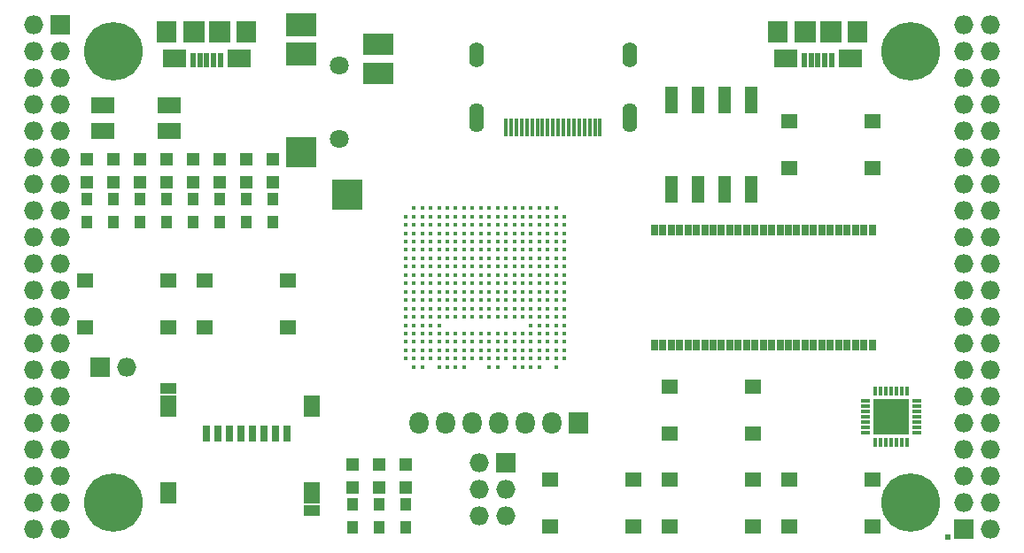
<source format=gts>
G04 #@! TF.FileFunction,Soldermask,Top*
%FSLAX46Y46*%
G04 Gerber Fmt 4.6, Leading zero omitted, Abs format (unit mm)*
G04 Created by KiCad (PCBNEW 4.0.7+dfsg1-1) date Sun Nov 12 23:38:18 2017*
%MOMM*%
%LPD*%
G01*
G04 APERTURE LIST*
%ADD10C,0.100000*%
%ADD11R,1.827200X1.827200*%
%ADD12O,1.827200X1.827200*%
%ADD13R,0.600000X0.600000*%
%ADD14R,0.660000X1.000000*%
%ADD15C,5.600000*%
%ADD16R,2.300000X1.500000*%
%ADD17R,1.000000X1.300000*%
%ADD18R,2.200000X1.700000*%
%ADD19R,2.000000X2.000000*%
%ADD20R,0.500000X1.450000*%
%ADD21R,1.900000X2.000000*%
%ADD22O,0.950000X0.400000*%
%ADD23O,0.400000X0.950000*%
%ADD24R,1.775000X1.775000*%
%ADD25R,1.827200X2.132000*%
%ADD26O,1.827200X2.132000*%
%ADD27R,2.900000X2.300000*%
%ADD28R,2.900000X2.900000*%
%ADD29R,2.900000X2.100000*%
%ADD30C,1.800000*%
%ADD31O,1.400000X2.800000*%
%ADD32O,1.400000X2.400000*%
%ADD33R,0.350000X1.700000*%
%ADD34R,1.650000X1.400000*%
%ADD35R,1.220000X2.540000*%
%ADD36C,0.430000*%
%ADD37R,0.800000X1.600000*%
%ADD38R,1.550000X1.000000*%
%ADD39R,1.550000X2.100000*%
%ADD40R,1.300000X1.300000*%
G04 APERTURE END LIST*
D10*
D11*
X97910000Y-62690000D03*
D12*
X95370000Y-62690000D03*
X97910000Y-65230000D03*
X95370000Y-65230000D03*
X97910000Y-67770000D03*
X95370000Y-67770000D03*
X97910000Y-70310000D03*
X95370000Y-70310000D03*
X97910000Y-72850000D03*
X95370000Y-72850000D03*
X97910000Y-75390000D03*
X95370000Y-75390000D03*
X97910000Y-77930000D03*
X95370000Y-77930000D03*
X97910000Y-80470000D03*
X95370000Y-80470000D03*
X97910000Y-83010000D03*
X95370000Y-83010000D03*
X97910000Y-85550000D03*
X95370000Y-85550000D03*
X97910000Y-88090000D03*
X95370000Y-88090000D03*
X97910000Y-90630000D03*
X95370000Y-90630000D03*
X97910000Y-93170000D03*
X95370000Y-93170000D03*
X97910000Y-95710000D03*
X95370000Y-95710000D03*
X97910000Y-98250000D03*
X95370000Y-98250000D03*
X97910000Y-100790000D03*
X95370000Y-100790000D03*
X97910000Y-103330000D03*
X95370000Y-103330000D03*
X97910000Y-105870000D03*
X95370000Y-105870000D03*
X97910000Y-108410000D03*
X95370000Y-108410000D03*
X97910000Y-110950000D03*
X95370000Y-110950000D03*
D13*
X182675150Y-111637626D03*
D14*
X175480000Y-82270000D03*
X154680000Y-93330000D03*
X155480000Y-93330000D03*
X156280000Y-93330000D03*
X157080000Y-93330000D03*
X157880000Y-93330000D03*
X158680000Y-93330000D03*
X159480000Y-93330000D03*
X160280000Y-93330000D03*
X161080000Y-93330000D03*
X161880000Y-93330000D03*
X162680000Y-93330000D03*
X163480000Y-93330000D03*
X164280000Y-93330000D03*
X165080000Y-93330000D03*
X165880000Y-93330000D03*
X166680000Y-93330000D03*
X167480000Y-93330000D03*
X168280000Y-93330000D03*
X169080000Y-93330000D03*
X169880000Y-93330000D03*
X170680000Y-93330000D03*
X171480000Y-93330000D03*
X172280000Y-93330000D03*
X173080000Y-93330000D03*
X173880000Y-93330000D03*
X174680000Y-93330000D03*
X175480000Y-93330000D03*
X174680000Y-82270000D03*
X173880000Y-82270000D03*
X173080000Y-82270000D03*
X172280000Y-82270000D03*
X171480000Y-82270000D03*
X170680000Y-82270000D03*
X169880000Y-82270000D03*
X169080000Y-82270000D03*
X168280000Y-82270000D03*
X167480000Y-82270000D03*
X166680000Y-82270000D03*
X165880000Y-82270000D03*
X165080000Y-82270000D03*
X164280000Y-82270000D03*
X163480000Y-82270000D03*
X162680000Y-82270000D03*
X161880000Y-82270000D03*
X161080000Y-82270000D03*
X160280000Y-82270000D03*
X159480000Y-82270000D03*
X158680000Y-82270000D03*
X157880000Y-82270000D03*
X157080000Y-82270000D03*
X156280000Y-82270000D03*
X155480000Y-82270000D03*
X154680000Y-82270000D03*
D11*
X184270000Y-110950000D03*
D12*
X186810000Y-110950000D03*
X184270000Y-108410000D03*
X186810000Y-108410000D03*
X184270000Y-105870000D03*
X186810000Y-105870000D03*
X184270000Y-103330000D03*
X186810000Y-103330000D03*
X184270000Y-100790000D03*
X186810000Y-100790000D03*
X184270000Y-98250000D03*
X186810000Y-98250000D03*
X184270000Y-95710000D03*
X186810000Y-95710000D03*
X184270000Y-93170000D03*
X186810000Y-93170000D03*
X184270000Y-90630000D03*
X186810000Y-90630000D03*
X184270000Y-88090000D03*
X186810000Y-88090000D03*
X184270000Y-85550000D03*
X186810000Y-85550000D03*
X184270000Y-83010000D03*
X186810000Y-83010000D03*
X184270000Y-80470000D03*
X186810000Y-80470000D03*
X184270000Y-77930000D03*
X186810000Y-77930000D03*
X184270000Y-75390000D03*
X186810000Y-75390000D03*
X184270000Y-72850000D03*
X186810000Y-72850000D03*
X184270000Y-70310000D03*
X186810000Y-70310000D03*
X184270000Y-67770000D03*
X186810000Y-67770000D03*
X184270000Y-65230000D03*
X186810000Y-65230000D03*
X184270000Y-62690000D03*
X186810000Y-62690000D03*
D15*
X102990000Y-108410000D03*
X179190000Y-108410000D03*
X179190000Y-65230000D03*
X102990000Y-65230000D03*
D16*
X108274000Y-70330000D03*
X101974000Y-70330000D03*
X101974000Y-72830000D03*
X108274000Y-72830000D03*
D11*
X101720000Y-95456000D03*
D12*
X104260000Y-95456000D03*
D17*
X128390000Y-108580000D03*
X128390000Y-110780000D03*
X130930000Y-110780000D03*
X130930000Y-108580000D03*
D18*
X114980000Y-65875000D03*
X108780000Y-65875000D03*
D19*
X113080000Y-63325000D03*
X110680000Y-63325000D03*
D20*
X113180000Y-66000000D03*
X112530000Y-66000000D03*
X111880000Y-66000000D03*
X111230000Y-66000000D03*
X110580000Y-66000000D03*
D21*
X115680000Y-63325000D03*
X108080000Y-63325000D03*
D18*
X173400000Y-65875000D03*
X167200000Y-65875000D03*
D19*
X171500000Y-63325000D03*
X169100000Y-63325000D03*
D20*
X171600000Y-66000000D03*
X170950000Y-66000000D03*
X170300000Y-66000000D03*
X169650000Y-66000000D03*
X169000000Y-66000000D03*
D21*
X174100000Y-63325000D03*
X166500000Y-63325000D03*
D11*
X140455000Y-104600000D03*
D12*
X137915000Y-104600000D03*
X140455000Y-107140000D03*
X137915000Y-107140000D03*
X140455000Y-109680000D03*
X137915000Y-109680000D03*
D17*
X118230000Y-81570000D03*
X118230000Y-79370000D03*
X115690000Y-81570000D03*
X115690000Y-79370000D03*
X113150000Y-81570000D03*
X113150000Y-79370000D03*
X110610000Y-81570000D03*
X110610000Y-79370000D03*
X108070000Y-81570000D03*
X108070000Y-79370000D03*
X105530000Y-81570000D03*
X105530000Y-79370000D03*
X102990000Y-81570000D03*
X102990000Y-79370000D03*
X100450000Y-81570000D03*
X100450000Y-79370000D03*
D22*
X179735000Y-101655000D03*
X179735000Y-101155000D03*
X179735000Y-100655000D03*
X179735000Y-100155000D03*
X179735000Y-99655000D03*
X179735000Y-99155000D03*
X179735000Y-98655000D03*
D23*
X178785000Y-97705000D03*
X178285000Y-97705000D03*
X177785000Y-97705000D03*
X177285000Y-97705000D03*
X176785000Y-97705000D03*
X176285000Y-97705000D03*
X175785000Y-97705000D03*
D22*
X174835000Y-98655000D03*
X174835000Y-99155000D03*
X174835000Y-99655000D03*
X174835000Y-100155000D03*
X174835000Y-100655000D03*
X174835000Y-101155000D03*
X174835000Y-101655000D03*
D23*
X175785000Y-102605000D03*
X176285000Y-102605000D03*
X176785000Y-102605000D03*
X177285000Y-102605000D03*
X177785000Y-102605000D03*
X178285000Y-102605000D03*
X178785000Y-102605000D03*
D24*
X176447500Y-99317500D03*
X176447500Y-100992500D03*
X178122500Y-99317500D03*
X178122500Y-100992500D03*
D25*
X147440000Y-100790000D03*
D26*
X144900000Y-100790000D03*
X142360000Y-100790000D03*
X139820000Y-100790000D03*
X137280000Y-100790000D03*
X134740000Y-100790000D03*
X132200000Y-100790000D03*
D27*
X120880000Y-62640000D03*
X120880000Y-65440000D03*
D28*
X120880000Y-74840000D03*
X125330000Y-78940000D03*
D29*
X128280000Y-67340000D03*
X128280000Y-64540000D03*
D30*
X124580000Y-66540000D03*
X124580000Y-73540000D03*
D31*
X152280000Y-71550000D03*
X137680000Y-71550000D03*
D32*
X137680000Y-65500000D03*
D33*
X140480000Y-72500000D03*
X140980000Y-72500000D03*
X141480000Y-72500000D03*
X141980000Y-72500000D03*
X142480000Y-72500000D03*
X142980000Y-72500000D03*
X143480000Y-72500000D03*
X143980000Y-72500000D03*
X144480000Y-72500000D03*
X144980000Y-72500000D03*
X145480000Y-72500000D03*
X145980000Y-72500000D03*
X146480000Y-72500000D03*
X146980000Y-72500000D03*
X147480000Y-72500000D03*
X147980000Y-72500000D03*
X148480000Y-72500000D03*
X148980000Y-72500000D03*
X149480000Y-72500000D03*
D32*
X152280000Y-65500000D03*
D34*
X175550000Y-71870000D03*
X175550000Y-76370000D03*
X167590000Y-76370000D03*
X167590000Y-71870000D03*
X100280000Y-91610000D03*
X100280000Y-87110000D03*
X108240000Y-87110000D03*
X108240000Y-91610000D03*
X111710000Y-91610000D03*
X111710000Y-87110000D03*
X119670000Y-87110000D03*
X119670000Y-91610000D03*
X156160000Y-101770000D03*
X156160000Y-97270000D03*
X164120000Y-97270000D03*
X164120000Y-101770000D03*
X164120000Y-106160000D03*
X164120000Y-110660000D03*
X156160000Y-110660000D03*
X156160000Y-106160000D03*
X152690000Y-106160000D03*
X152690000Y-110660000D03*
X144730000Y-110660000D03*
X144730000Y-106160000D03*
X175550000Y-106160000D03*
X175550000Y-110660000D03*
X167590000Y-110660000D03*
X167590000Y-106160000D03*
D35*
X163950000Y-69815000D03*
X156330000Y-78425000D03*
X161410000Y-69815000D03*
X158870000Y-78425000D03*
X158870000Y-69815000D03*
X161410000Y-78425000D03*
X156330000Y-69815000D03*
X163950000Y-78425000D03*
D36*
X131680000Y-80200000D03*
X132480000Y-80200000D03*
X133280000Y-80200000D03*
X134080000Y-80200000D03*
X134880000Y-80200000D03*
X135680000Y-80200000D03*
X136480000Y-80200000D03*
X137280000Y-80200000D03*
X138080000Y-80200000D03*
X138880000Y-80200000D03*
X139680000Y-80200000D03*
X140480000Y-80200000D03*
X141280000Y-80200000D03*
X142080000Y-80200000D03*
X142880000Y-80200000D03*
X143680000Y-80200000D03*
X144480000Y-80200000D03*
X145280000Y-80200000D03*
X130880000Y-81000000D03*
X131680000Y-81000000D03*
X132480000Y-81000000D03*
X133280000Y-81000000D03*
X134080000Y-81000000D03*
X134880000Y-81000000D03*
X135680000Y-81000000D03*
X136480000Y-81000000D03*
X137280000Y-81000000D03*
X138080000Y-81000000D03*
X138880000Y-81000000D03*
X139680000Y-81000000D03*
X140480000Y-81000000D03*
X141280000Y-81000000D03*
X142080000Y-81000000D03*
X142880000Y-81000000D03*
X143680000Y-81000000D03*
X144480000Y-81000000D03*
X145280000Y-81000000D03*
X146080000Y-81000000D03*
X130880000Y-81800000D03*
X131680000Y-81800000D03*
X132480000Y-81800000D03*
X133280000Y-81800000D03*
X134080000Y-81800000D03*
X134880000Y-81800000D03*
X135680000Y-81800000D03*
X136480000Y-81800000D03*
X137280000Y-81800000D03*
X138080000Y-81800000D03*
X138880000Y-81800000D03*
X139680000Y-81800000D03*
X140480000Y-81800000D03*
X141280000Y-81800000D03*
X142080000Y-81800000D03*
X142880000Y-81800000D03*
X143680000Y-81800000D03*
X144480000Y-81800000D03*
X145280000Y-81800000D03*
X146080000Y-81800000D03*
X130880000Y-82600000D03*
X131680000Y-82600000D03*
X132480000Y-82600000D03*
X133280000Y-82600000D03*
X134080000Y-82600000D03*
X134880000Y-82600000D03*
X135680000Y-82600000D03*
X136480000Y-82600000D03*
X137280000Y-82600000D03*
X138080000Y-82600000D03*
X138880000Y-82600000D03*
X139680000Y-82600000D03*
X140480000Y-82600000D03*
X141280000Y-82600000D03*
X142080000Y-82600000D03*
X142880000Y-82600000D03*
X143680000Y-82600000D03*
X144480000Y-82600000D03*
X145280000Y-82600000D03*
X146080000Y-82600000D03*
X130880000Y-83400000D03*
X131680000Y-83400000D03*
X132480000Y-83400000D03*
X133280000Y-83400000D03*
X134080000Y-83400000D03*
X134880000Y-83400000D03*
X135680000Y-83400000D03*
X136480000Y-83400000D03*
X137280000Y-83400000D03*
X138080000Y-83400000D03*
X138880000Y-83400000D03*
X139680000Y-83400000D03*
X140480000Y-83400000D03*
X141280000Y-83400000D03*
X142080000Y-83400000D03*
X142880000Y-83400000D03*
X143680000Y-83400000D03*
X144480000Y-83400000D03*
X145280000Y-83400000D03*
X146080000Y-83400000D03*
X130880000Y-84200000D03*
X131680000Y-84200000D03*
X132480000Y-84200000D03*
X133280000Y-84200000D03*
X134080000Y-84200000D03*
X134880000Y-84200000D03*
X135680000Y-84200000D03*
X136480000Y-84200000D03*
X137280000Y-84200000D03*
X138080000Y-84200000D03*
X138880000Y-84200000D03*
X139680000Y-84200000D03*
X140480000Y-84200000D03*
X141280000Y-84200000D03*
X142080000Y-84200000D03*
X142880000Y-84200000D03*
X143680000Y-84200000D03*
X144480000Y-84200000D03*
X145280000Y-84200000D03*
X146080000Y-84200000D03*
X130880000Y-85000000D03*
X131680000Y-85000000D03*
X132480000Y-85000000D03*
X133280000Y-85000000D03*
X134080000Y-85000000D03*
X134880000Y-85000000D03*
X135680000Y-85000000D03*
X136480000Y-85000000D03*
X137280000Y-85000000D03*
X138080000Y-85000000D03*
X138880000Y-85000000D03*
X139680000Y-85000000D03*
X140480000Y-85000000D03*
X141280000Y-85000000D03*
X142080000Y-85000000D03*
X142880000Y-85000000D03*
X143680000Y-85000000D03*
X144480000Y-85000000D03*
X145280000Y-85000000D03*
X146080000Y-85000000D03*
X130880000Y-85800000D03*
X131680000Y-85800000D03*
X132480000Y-85800000D03*
X133280000Y-85800000D03*
X134080000Y-85800000D03*
X134880000Y-85800000D03*
X135680000Y-85800000D03*
X136480000Y-85800000D03*
X137280000Y-85800000D03*
X138080000Y-85800000D03*
X138880000Y-85800000D03*
X139680000Y-85800000D03*
X140480000Y-85800000D03*
X141280000Y-85800000D03*
X142080000Y-85800000D03*
X142880000Y-85800000D03*
X143680000Y-85800000D03*
X144480000Y-85800000D03*
X145280000Y-85800000D03*
X146080000Y-85800000D03*
X130880000Y-86600000D03*
X131680000Y-86600000D03*
X132480000Y-86600000D03*
X133280000Y-86600000D03*
X134080000Y-86600000D03*
X134880000Y-86600000D03*
X135680000Y-86600000D03*
X136480000Y-86600000D03*
X137280000Y-86600000D03*
X138080000Y-86600000D03*
X138880000Y-86600000D03*
X139680000Y-86600000D03*
X140480000Y-86600000D03*
X141280000Y-86600000D03*
X142080000Y-86600000D03*
X142880000Y-86600000D03*
X143680000Y-86600000D03*
X144480000Y-86600000D03*
X145280000Y-86600000D03*
X146080000Y-86600000D03*
X130880000Y-87400000D03*
X131680000Y-87400000D03*
X132480000Y-87400000D03*
X133280000Y-87400000D03*
X134080000Y-87400000D03*
X134880000Y-87400000D03*
X135680000Y-87400000D03*
X136480000Y-87400000D03*
X137280000Y-87400000D03*
X138080000Y-87400000D03*
X138880000Y-87400000D03*
X139680000Y-87400000D03*
X140480000Y-87400000D03*
X141280000Y-87400000D03*
X142080000Y-87400000D03*
X142880000Y-87400000D03*
X143680000Y-87400000D03*
X144480000Y-87400000D03*
X145280000Y-87400000D03*
X146080000Y-87400000D03*
X130880000Y-88200000D03*
X131680000Y-88200000D03*
X132480000Y-88200000D03*
X133280000Y-88200000D03*
X134080000Y-88200000D03*
X134880000Y-88200000D03*
X135680000Y-88200000D03*
X136480000Y-88200000D03*
X137280000Y-88200000D03*
X138080000Y-88200000D03*
X138880000Y-88200000D03*
X139680000Y-88200000D03*
X140480000Y-88200000D03*
X141280000Y-88200000D03*
X142080000Y-88200000D03*
X142880000Y-88200000D03*
X143680000Y-88200000D03*
X144480000Y-88200000D03*
X145280000Y-88200000D03*
X146080000Y-88200000D03*
X130880000Y-89000000D03*
X131680000Y-89000000D03*
X132480000Y-89000000D03*
X133280000Y-89000000D03*
X134080000Y-89000000D03*
X134880000Y-89000000D03*
X135680000Y-89000000D03*
X136480000Y-89000000D03*
X137280000Y-89000000D03*
X138080000Y-89000000D03*
X138880000Y-89000000D03*
X139680000Y-89000000D03*
X140480000Y-89000000D03*
X141280000Y-89000000D03*
X142080000Y-89000000D03*
X142880000Y-89000000D03*
X143680000Y-89000000D03*
X144480000Y-89000000D03*
X145280000Y-89000000D03*
X146080000Y-89000000D03*
X130880000Y-89800000D03*
X131680000Y-89800000D03*
X132480000Y-89800000D03*
X133280000Y-89800000D03*
X134080000Y-89800000D03*
X134880000Y-89800000D03*
X135680000Y-89800000D03*
X136480000Y-89800000D03*
X137280000Y-89800000D03*
X138080000Y-89800000D03*
X138880000Y-89800000D03*
X139680000Y-89800000D03*
X140480000Y-89800000D03*
X141280000Y-89800000D03*
X142080000Y-89800000D03*
X142880000Y-89800000D03*
X143680000Y-89800000D03*
X144480000Y-89800000D03*
X145280000Y-89800000D03*
X146080000Y-89800000D03*
X130880000Y-90600000D03*
X131680000Y-90600000D03*
X132480000Y-90600000D03*
X133280000Y-90600000D03*
X134080000Y-90600000D03*
X134880000Y-90600000D03*
X135680000Y-90600000D03*
X136480000Y-90600000D03*
X137280000Y-90600000D03*
X138080000Y-90600000D03*
X138880000Y-90600000D03*
X139680000Y-90600000D03*
X140480000Y-90600000D03*
X141280000Y-90600000D03*
X142080000Y-90600000D03*
X142880000Y-90600000D03*
X143680000Y-90600000D03*
X144480000Y-90600000D03*
X145280000Y-90600000D03*
X146080000Y-90600000D03*
X130880000Y-91400000D03*
X131680000Y-91400000D03*
X132480000Y-91400000D03*
X133280000Y-91400000D03*
X134080000Y-91400000D03*
X142880000Y-91400000D03*
X143680000Y-91400000D03*
X144480000Y-91400000D03*
X145280000Y-91400000D03*
X146080000Y-91400000D03*
X130880000Y-92200000D03*
X131680000Y-92200000D03*
X132480000Y-92200000D03*
X133280000Y-92200000D03*
X134080000Y-92200000D03*
X134880000Y-92200000D03*
X135680000Y-92200000D03*
X136480000Y-92200000D03*
X137280000Y-92200000D03*
X138080000Y-92200000D03*
X138880000Y-92200000D03*
X139680000Y-92200000D03*
X140480000Y-92200000D03*
X141280000Y-92200000D03*
X142080000Y-92200000D03*
X142880000Y-92200000D03*
X143680000Y-92200000D03*
X144480000Y-92200000D03*
X145280000Y-92200000D03*
X146080000Y-92200000D03*
X130880000Y-93000000D03*
X131680000Y-93000000D03*
X132480000Y-93000000D03*
X133280000Y-93000000D03*
X134080000Y-93000000D03*
X134880000Y-93000000D03*
X135680000Y-93000000D03*
X136480000Y-93000000D03*
X137280000Y-93000000D03*
X138080000Y-93000000D03*
X138880000Y-93000000D03*
X139680000Y-93000000D03*
X140480000Y-93000000D03*
X141280000Y-93000000D03*
X142080000Y-93000000D03*
X142880000Y-93000000D03*
X143680000Y-93000000D03*
X144480000Y-93000000D03*
X145280000Y-93000000D03*
X146080000Y-93000000D03*
X130880000Y-93800000D03*
X131680000Y-93800000D03*
X132480000Y-93800000D03*
X133280000Y-93800000D03*
X134080000Y-93800000D03*
X134880000Y-93800000D03*
X135680000Y-93800000D03*
X136480000Y-93800000D03*
X137280000Y-93800000D03*
X138080000Y-93800000D03*
X138880000Y-93800000D03*
X139680000Y-93800000D03*
X140480000Y-93800000D03*
X141280000Y-93800000D03*
X142080000Y-93800000D03*
X142880000Y-93800000D03*
X143680000Y-93800000D03*
X144480000Y-93800000D03*
X145280000Y-93800000D03*
X146080000Y-93800000D03*
X130880000Y-94600000D03*
X131680000Y-94600000D03*
X132480000Y-94600000D03*
X133280000Y-94600000D03*
X134080000Y-94600000D03*
X134880000Y-94600000D03*
X135680000Y-94600000D03*
X136480000Y-94600000D03*
X137280000Y-94600000D03*
X138080000Y-94600000D03*
X138880000Y-94600000D03*
X139680000Y-94600000D03*
X140480000Y-94600000D03*
X141280000Y-94600000D03*
X142080000Y-94600000D03*
X142880000Y-94600000D03*
X143680000Y-94600000D03*
X144480000Y-94600000D03*
X145280000Y-94600000D03*
X146080000Y-94600000D03*
X131680000Y-95400000D03*
X132480000Y-95400000D03*
X134080000Y-95400000D03*
X134880000Y-95400000D03*
X135680000Y-95400000D03*
X136480000Y-95400000D03*
X138880000Y-95400000D03*
X139680000Y-95400000D03*
X141280000Y-95400000D03*
X142080000Y-95400000D03*
X142880000Y-95400000D03*
X143680000Y-95400000D03*
X145280000Y-95400000D03*
D37*
X111855000Y-101765000D03*
X112955000Y-101765000D03*
X114055000Y-101765000D03*
X115155000Y-101765000D03*
X116255000Y-101765000D03*
X117355000Y-101765000D03*
X118455000Y-101765000D03*
X119555000Y-101765000D03*
D38*
X108180000Y-97465000D03*
X121930000Y-109115000D03*
D39*
X121930000Y-99165000D03*
X108180000Y-99165000D03*
X108180000Y-107465000D03*
X121930000Y-107465000D03*
D40*
X125850000Y-104770000D03*
X125850000Y-106970000D03*
D17*
X125850000Y-108580000D03*
X125850000Y-110780000D03*
D40*
X128390000Y-104770000D03*
X128390000Y-106970000D03*
X118230000Y-77760000D03*
X118230000Y-75560000D03*
X115690000Y-77760000D03*
X115690000Y-75560000D03*
X113150000Y-77760000D03*
X113150000Y-75560000D03*
X110610000Y-77760000D03*
X110610000Y-75560000D03*
X108070000Y-77760000D03*
X108070000Y-75560000D03*
X105530000Y-77760000D03*
X105530000Y-75560000D03*
X102990000Y-77760000D03*
X102990000Y-75560000D03*
X100450000Y-77760000D03*
X100450000Y-75560000D03*
X130930000Y-104770000D03*
X130930000Y-106970000D03*
M02*

</source>
